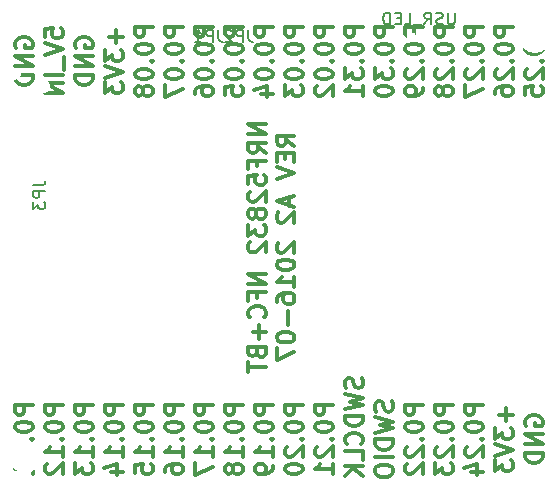
<source format=gbo>
G04 #@! TF.FileFunction,Legend,Bot*
%FSLAX46Y46*%
G04 Gerber Fmt 4.6, Leading zero omitted, Abs format (unit mm)*
G04 Created by KiCad (PCBNEW 4.0.2-stable) date Måndag 18 Juli 2016 14:34:59*
%MOMM*%
G01*
G04 APERTURE LIST*
%ADD10C,0.152400*%
%ADD11C,0.300000*%
%ADD12C,0.150000*%
%ADD13C,2.700000*%
%ADD14R,0.762000X0.762000*%
%ADD15R,0.152400X1.016000*%
%ADD16R,0.500000X0.500000*%
%ADD17O,0.950000X1.250000*%
%ADD18O,1.550000X1.000000*%
%ADD19R,1.727200X2.032000*%
%ADD20O,1.727200X2.032000*%
%ADD21R,1.016000X0.152400*%
G04 APERTURE END LIST*
D10*
D11*
X48373571Y-39137144D02*
X46873571Y-39137144D01*
X48373571Y-39994287D01*
X46873571Y-39994287D01*
X48373571Y-41565716D02*
X47659286Y-41065716D01*
X48373571Y-40708573D02*
X46873571Y-40708573D01*
X46873571Y-41280001D01*
X46945000Y-41422859D01*
X47016429Y-41494287D01*
X47159286Y-41565716D01*
X47373571Y-41565716D01*
X47516429Y-41494287D01*
X47587857Y-41422859D01*
X47659286Y-41280001D01*
X47659286Y-40708573D01*
X47587857Y-42708573D02*
X47587857Y-42208573D01*
X48373571Y-42208573D02*
X46873571Y-42208573D01*
X46873571Y-42922859D01*
X46873571Y-44208573D02*
X46873571Y-43494287D01*
X47587857Y-43422858D01*
X47516429Y-43494287D01*
X47445000Y-43637144D01*
X47445000Y-43994287D01*
X47516429Y-44137144D01*
X47587857Y-44208573D01*
X47730714Y-44280001D01*
X48087857Y-44280001D01*
X48230714Y-44208573D01*
X48302143Y-44137144D01*
X48373571Y-43994287D01*
X48373571Y-43637144D01*
X48302143Y-43494287D01*
X48230714Y-43422858D01*
X47016429Y-44851429D02*
X46945000Y-44922858D01*
X46873571Y-45065715D01*
X46873571Y-45422858D01*
X46945000Y-45565715D01*
X47016429Y-45637144D01*
X47159286Y-45708572D01*
X47302143Y-45708572D01*
X47516429Y-45637144D01*
X48373571Y-44780001D01*
X48373571Y-45708572D01*
X47516429Y-46565715D02*
X47445000Y-46422857D01*
X47373571Y-46351429D01*
X47230714Y-46280000D01*
X47159286Y-46280000D01*
X47016429Y-46351429D01*
X46945000Y-46422857D01*
X46873571Y-46565715D01*
X46873571Y-46851429D01*
X46945000Y-46994286D01*
X47016429Y-47065715D01*
X47159286Y-47137143D01*
X47230714Y-47137143D01*
X47373571Y-47065715D01*
X47445000Y-46994286D01*
X47516429Y-46851429D01*
X47516429Y-46565715D01*
X47587857Y-46422857D01*
X47659286Y-46351429D01*
X47802143Y-46280000D01*
X48087857Y-46280000D01*
X48230714Y-46351429D01*
X48302143Y-46422857D01*
X48373571Y-46565715D01*
X48373571Y-46851429D01*
X48302143Y-46994286D01*
X48230714Y-47065715D01*
X48087857Y-47137143D01*
X47802143Y-47137143D01*
X47659286Y-47065715D01*
X47587857Y-46994286D01*
X47516429Y-46851429D01*
X46873571Y-47637143D02*
X46873571Y-48565714D01*
X47445000Y-48065714D01*
X47445000Y-48280000D01*
X47516429Y-48422857D01*
X47587857Y-48494286D01*
X47730714Y-48565714D01*
X48087857Y-48565714D01*
X48230714Y-48494286D01*
X48302143Y-48422857D01*
X48373571Y-48280000D01*
X48373571Y-47851428D01*
X48302143Y-47708571D01*
X48230714Y-47637143D01*
X47016429Y-49137142D02*
X46945000Y-49208571D01*
X46873571Y-49351428D01*
X46873571Y-49708571D01*
X46945000Y-49851428D01*
X47016429Y-49922857D01*
X47159286Y-49994285D01*
X47302143Y-49994285D01*
X47516429Y-49922857D01*
X48373571Y-49065714D01*
X48373571Y-49994285D01*
X48373571Y-51779999D02*
X46873571Y-51779999D01*
X48373571Y-52637142D01*
X46873571Y-52637142D01*
X47587857Y-53851428D02*
X47587857Y-53351428D01*
X48373571Y-53351428D02*
X46873571Y-53351428D01*
X46873571Y-54065714D01*
X48230714Y-55494285D02*
X48302143Y-55422856D01*
X48373571Y-55208570D01*
X48373571Y-55065713D01*
X48302143Y-54851428D01*
X48159286Y-54708570D01*
X48016429Y-54637142D01*
X47730714Y-54565713D01*
X47516429Y-54565713D01*
X47230714Y-54637142D01*
X47087857Y-54708570D01*
X46945000Y-54851428D01*
X46873571Y-55065713D01*
X46873571Y-55208570D01*
X46945000Y-55422856D01*
X47016429Y-55494285D01*
X47802143Y-56137142D02*
X47802143Y-57279999D01*
X48373571Y-56708570D02*
X47230714Y-56708570D01*
X47587857Y-58494285D02*
X47659286Y-58708571D01*
X47730714Y-58779999D01*
X47873571Y-58851428D01*
X48087857Y-58851428D01*
X48230714Y-58779999D01*
X48302143Y-58708571D01*
X48373571Y-58565713D01*
X48373571Y-57994285D01*
X46873571Y-57994285D01*
X46873571Y-58494285D01*
X46945000Y-58637142D01*
X47016429Y-58708571D01*
X47159286Y-58779999D01*
X47302143Y-58779999D01*
X47445000Y-58708571D01*
X47516429Y-58637142D01*
X47587857Y-58494285D01*
X47587857Y-57994285D01*
X46873571Y-59279999D02*
X46873571Y-60137142D01*
X48373571Y-59708571D02*
X46873571Y-59708571D01*
X50773571Y-40958574D02*
X50059286Y-40458574D01*
X50773571Y-40101431D02*
X49273571Y-40101431D01*
X49273571Y-40672859D01*
X49345000Y-40815717D01*
X49416429Y-40887145D01*
X49559286Y-40958574D01*
X49773571Y-40958574D01*
X49916429Y-40887145D01*
X49987857Y-40815717D01*
X50059286Y-40672859D01*
X50059286Y-40101431D01*
X49987857Y-41601431D02*
X49987857Y-42101431D01*
X50773571Y-42315717D02*
X50773571Y-41601431D01*
X49273571Y-41601431D01*
X49273571Y-42315717D01*
X49273571Y-42744288D02*
X50773571Y-43244288D01*
X49273571Y-43744288D01*
X50345000Y-45315716D02*
X50345000Y-46030002D01*
X50773571Y-45172859D02*
X49273571Y-45672859D01*
X50773571Y-46172859D01*
X49416429Y-46601430D02*
X49345000Y-46672859D01*
X49273571Y-46815716D01*
X49273571Y-47172859D01*
X49345000Y-47315716D01*
X49416429Y-47387145D01*
X49559286Y-47458573D01*
X49702143Y-47458573D01*
X49916429Y-47387145D01*
X50773571Y-46530002D01*
X50773571Y-47458573D01*
X49416429Y-49172858D02*
X49345000Y-49244287D01*
X49273571Y-49387144D01*
X49273571Y-49744287D01*
X49345000Y-49887144D01*
X49416429Y-49958573D01*
X49559286Y-50030001D01*
X49702143Y-50030001D01*
X49916429Y-49958573D01*
X50773571Y-49101430D01*
X50773571Y-50030001D01*
X49273571Y-50958572D02*
X49273571Y-51101429D01*
X49345000Y-51244286D01*
X49416429Y-51315715D01*
X49559286Y-51387144D01*
X49845000Y-51458572D01*
X50202143Y-51458572D01*
X50487857Y-51387144D01*
X50630714Y-51315715D01*
X50702143Y-51244286D01*
X50773571Y-51101429D01*
X50773571Y-50958572D01*
X50702143Y-50815715D01*
X50630714Y-50744286D01*
X50487857Y-50672858D01*
X50202143Y-50601429D01*
X49845000Y-50601429D01*
X49559286Y-50672858D01*
X49416429Y-50744286D01*
X49345000Y-50815715D01*
X49273571Y-50958572D01*
X50773571Y-52887143D02*
X50773571Y-52030000D01*
X50773571Y-52458572D02*
X49273571Y-52458572D01*
X49487857Y-52315715D01*
X49630714Y-52172857D01*
X49702143Y-52030000D01*
X49273571Y-54172857D02*
X49273571Y-53887143D01*
X49345000Y-53744286D01*
X49416429Y-53672857D01*
X49630714Y-53530000D01*
X49916429Y-53458571D01*
X50487857Y-53458571D01*
X50630714Y-53530000D01*
X50702143Y-53601428D01*
X50773571Y-53744286D01*
X50773571Y-54030000D01*
X50702143Y-54172857D01*
X50630714Y-54244286D01*
X50487857Y-54315714D01*
X50130714Y-54315714D01*
X49987857Y-54244286D01*
X49916429Y-54172857D01*
X49845000Y-54030000D01*
X49845000Y-53744286D01*
X49916429Y-53601428D01*
X49987857Y-53530000D01*
X50130714Y-53458571D01*
X50202143Y-54958571D02*
X50202143Y-56101428D01*
X49273571Y-57101428D02*
X49273571Y-57244285D01*
X49345000Y-57387142D01*
X49416429Y-57458571D01*
X49559286Y-57530000D01*
X49845000Y-57601428D01*
X50202143Y-57601428D01*
X50487857Y-57530000D01*
X50630714Y-57458571D01*
X50702143Y-57387142D01*
X50773571Y-57244285D01*
X50773571Y-57101428D01*
X50702143Y-56958571D01*
X50630714Y-56887142D01*
X50487857Y-56815714D01*
X50202143Y-56744285D01*
X49845000Y-56744285D01*
X49559286Y-56815714D01*
X49416429Y-56887142D01*
X49345000Y-56958571D01*
X49273571Y-57101428D01*
X49273571Y-58101428D02*
X49273571Y-59101428D01*
X50773571Y-58458571D01*
X70370000Y-64643143D02*
X70298571Y-64500286D01*
X70298571Y-64286000D01*
X70370000Y-64071715D01*
X70512857Y-63928857D01*
X70655714Y-63857429D01*
X70941429Y-63786000D01*
X71155714Y-63786000D01*
X71441429Y-63857429D01*
X71584286Y-63928857D01*
X71727143Y-64071715D01*
X71798571Y-64286000D01*
X71798571Y-64428857D01*
X71727143Y-64643143D01*
X71655714Y-64714572D01*
X71155714Y-64714572D01*
X71155714Y-64428857D01*
X71798571Y-65357429D02*
X70298571Y-65357429D01*
X71798571Y-66214572D01*
X70298571Y-66214572D01*
X71798571Y-66928858D02*
X70298571Y-66928858D01*
X70298571Y-67286001D01*
X70370000Y-67500286D01*
X70512857Y-67643144D01*
X70655714Y-67714572D01*
X70941429Y-67786001D01*
X71155714Y-67786001D01*
X71441429Y-67714572D01*
X71584286Y-67643144D01*
X71727143Y-67500286D01*
X71798571Y-67286001D01*
X71798571Y-66928858D01*
X68687143Y-63143144D02*
X68687143Y-64286001D01*
X69258571Y-63714572D02*
X68115714Y-63714572D01*
X67758571Y-64857430D02*
X67758571Y-65786001D01*
X68330000Y-65286001D01*
X68330000Y-65500287D01*
X68401429Y-65643144D01*
X68472857Y-65714573D01*
X68615714Y-65786001D01*
X68972857Y-65786001D01*
X69115714Y-65714573D01*
X69187143Y-65643144D01*
X69258571Y-65500287D01*
X69258571Y-65071715D01*
X69187143Y-64928858D01*
X69115714Y-64857430D01*
X67758571Y-66214572D02*
X69258571Y-66714572D01*
X67758571Y-67214572D01*
X67758571Y-67571715D02*
X67758571Y-68500286D01*
X68330000Y-68000286D01*
X68330000Y-68214572D01*
X68401429Y-68357429D01*
X68472857Y-68428858D01*
X68615714Y-68500286D01*
X68972857Y-68500286D01*
X69115714Y-68428858D01*
X69187143Y-68357429D01*
X69258571Y-68214572D01*
X69258571Y-67786000D01*
X69187143Y-67643143D01*
X69115714Y-67571715D01*
X66718571Y-62893144D02*
X65218571Y-62893144D01*
X65218571Y-63464572D01*
X65290000Y-63607430D01*
X65361429Y-63678858D01*
X65504286Y-63750287D01*
X65718571Y-63750287D01*
X65861429Y-63678858D01*
X65932857Y-63607430D01*
X66004286Y-63464572D01*
X66004286Y-62893144D01*
X65218571Y-64678858D02*
X65218571Y-64821715D01*
X65290000Y-64964572D01*
X65361429Y-65036001D01*
X65504286Y-65107430D01*
X65790000Y-65178858D01*
X66147143Y-65178858D01*
X66432857Y-65107430D01*
X66575714Y-65036001D01*
X66647143Y-64964572D01*
X66718571Y-64821715D01*
X66718571Y-64678858D01*
X66647143Y-64536001D01*
X66575714Y-64464572D01*
X66432857Y-64393144D01*
X66147143Y-64321715D01*
X65790000Y-64321715D01*
X65504286Y-64393144D01*
X65361429Y-64464572D01*
X65290000Y-64536001D01*
X65218571Y-64678858D01*
X66575714Y-65821715D02*
X66647143Y-65893143D01*
X66718571Y-65821715D01*
X66647143Y-65750286D01*
X66575714Y-65821715D01*
X66718571Y-65821715D01*
X65361429Y-66464572D02*
X65290000Y-66536001D01*
X65218571Y-66678858D01*
X65218571Y-67036001D01*
X65290000Y-67178858D01*
X65361429Y-67250287D01*
X65504286Y-67321715D01*
X65647143Y-67321715D01*
X65861429Y-67250287D01*
X66718571Y-66393144D01*
X66718571Y-67321715D01*
X65718571Y-68607429D02*
X66718571Y-68607429D01*
X65147143Y-68250286D02*
X66218571Y-67893143D01*
X66218571Y-68821715D01*
X64178571Y-62893144D02*
X62678571Y-62893144D01*
X62678571Y-63464572D01*
X62750000Y-63607430D01*
X62821429Y-63678858D01*
X62964286Y-63750287D01*
X63178571Y-63750287D01*
X63321429Y-63678858D01*
X63392857Y-63607430D01*
X63464286Y-63464572D01*
X63464286Y-62893144D01*
X62678571Y-64678858D02*
X62678571Y-64821715D01*
X62750000Y-64964572D01*
X62821429Y-65036001D01*
X62964286Y-65107430D01*
X63250000Y-65178858D01*
X63607143Y-65178858D01*
X63892857Y-65107430D01*
X64035714Y-65036001D01*
X64107143Y-64964572D01*
X64178571Y-64821715D01*
X64178571Y-64678858D01*
X64107143Y-64536001D01*
X64035714Y-64464572D01*
X63892857Y-64393144D01*
X63607143Y-64321715D01*
X63250000Y-64321715D01*
X62964286Y-64393144D01*
X62821429Y-64464572D01*
X62750000Y-64536001D01*
X62678571Y-64678858D01*
X64035714Y-65821715D02*
X64107143Y-65893143D01*
X64178571Y-65821715D01*
X64107143Y-65750286D01*
X64035714Y-65821715D01*
X64178571Y-65821715D01*
X62821429Y-66464572D02*
X62750000Y-66536001D01*
X62678571Y-66678858D01*
X62678571Y-67036001D01*
X62750000Y-67178858D01*
X62821429Y-67250287D01*
X62964286Y-67321715D01*
X63107143Y-67321715D01*
X63321429Y-67250287D01*
X64178571Y-66393144D01*
X64178571Y-67321715D01*
X62678571Y-67821715D02*
X62678571Y-68750286D01*
X63250000Y-68250286D01*
X63250000Y-68464572D01*
X63321429Y-68607429D01*
X63392857Y-68678858D01*
X63535714Y-68750286D01*
X63892857Y-68750286D01*
X64035714Y-68678858D01*
X64107143Y-68607429D01*
X64178571Y-68464572D01*
X64178571Y-68036000D01*
X64107143Y-67893143D01*
X64035714Y-67821715D01*
X61638571Y-62893144D02*
X60138571Y-62893144D01*
X60138571Y-63464572D01*
X60210000Y-63607430D01*
X60281429Y-63678858D01*
X60424286Y-63750287D01*
X60638571Y-63750287D01*
X60781429Y-63678858D01*
X60852857Y-63607430D01*
X60924286Y-63464572D01*
X60924286Y-62893144D01*
X60138571Y-64678858D02*
X60138571Y-64821715D01*
X60210000Y-64964572D01*
X60281429Y-65036001D01*
X60424286Y-65107430D01*
X60710000Y-65178858D01*
X61067143Y-65178858D01*
X61352857Y-65107430D01*
X61495714Y-65036001D01*
X61567143Y-64964572D01*
X61638571Y-64821715D01*
X61638571Y-64678858D01*
X61567143Y-64536001D01*
X61495714Y-64464572D01*
X61352857Y-64393144D01*
X61067143Y-64321715D01*
X60710000Y-64321715D01*
X60424286Y-64393144D01*
X60281429Y-64464572D01*
X60210000Y-64536001D01*
X60138571Y-64678858D01*
X61495714Y-65821715D02*
X61567143Y-65893143D01*
X61638571Y-65821715D01*
X61567143Y-65750286D01*
X61495714Y-65821715D01*
X61638571Y-65821715D01*
X60281429Y-66464572D02*
X60210000Y-66536001D01*
X60138571Y-66678858D01*
X60138571Y-67036001D01*
X60210000Y-67178858D01*
X60281429Y-67250287D01*
X60424286Y-67321715D01*
X60567143Y-67321715D01*
X60781429Y-67250287D01*
X61638571Y-66393144D01*
X61638571Y-67321715D01*
X60281429Y-67893143D02*
X60210000Y-67964572D01*
X60138571Y-68107429D01*
X60138571Y-68464572D01*
X60210000Y-68607429D01*
X60281429Y-68678858D01*
X60424286Y-68750286D01*
X60567143Y-68750286D01*
X60781429Y-68678858D01*
X61638571Y-67821715D01*
X61638571Y-68750286D01*
X59027143Y-62607428D02*
X59098571Y-62821714D01*
X59098571Y-63178857D01*
X59027143Y-63321714D01*
X58955714Y-63393143D01*
X58812857Y-63464571D01*
X58670000Y-63464571D01*
X58527143Y-63393143D01*
X58455714Y-63321714D01*
X58384286Y-63178857D01*
X58312857Y-62893143D01*
X58241429Y-62750285D01*
X58170000Y-62678857D01*
X58027143Y-62607428D01*
X57884286Y-62607428D01*
X57741429Y-62678857D01*
X57670000Y-62750285D01*
X57598571Y-62893143D01*
X57598571Y-63250285D01*
X57670000Y-63464571D01*
X57598571Y-63964571D02*
X59098571Y-64321714D01*
X58027143Y-64607428D01*
X59098571Y-64893142D01*
X57598571Y-65250285D01*
X59098571Y-65821714D02*
X57598571Y-65821714D01*
X57598571Y-66178857D01*
X57670000Y-66393142D01*
X57812857Y-66536000D01*
X57955714Y-66607428D01*
X58241429Y-66678857D01*
X58455714Y-66678857D01*
X58741429Y-66607428D01*
X58884286Y-66536000D01*
X59027143Y-66393142D01*
X59098571Y-66178857D01*
X59098571Y-65821714D01*
X59098571Y-67321714D02*
X57598571Y-67321714D01*
X57598571Y-68321714D02*
X57598571Y-68607428D01*
X57670000Y-68750286D01*
X57812857Y-68893143D01*
X58098571Y-68964571D01*
X58598571Y-68964571D01*
X58884286Y-68893143D01*
X59027143Y-68750286D01*
X59098571Y-68607428D01*
X59098571Y-68321714D01*
X59027143Y-68178857D01*
X58884286Y-68036000D01*
X58598571Y-67964571D01*
X58098571Y-67964571D01*
X57812857Y-68036000D01*
X57670000Y-68178857D01*
X57598571Y-68321714D01*
X56487143Y-60627143D02*
X56558571Y-60841429D01*
X56558571Y-61198572D01*
X56487143Y-61341429D01*
X56415714Y-61412858D01*
X56272857Y-61484286D01*
X56130000Y-61484286D01*
X55987143Y-61412858D01*
X55915714Y-61341429D01*
X55844286Y-61198572D01*
X55772857Y-60912858D01*
X55701429Y-60770000D01*
X55630000Y-60698572D01*
X55487143Y-60627143D01*
X55344286Y-60627143D01*
X55201429Y-60698572D01*
X55130000Y-60770000D01*
X55058571Y-60912858D01*
X55058571Y-61270000D01*
X55130000Y-61484286D01*
X55058571Y-61984286D02*
X56558571Y-62341429D01*
X55487143Y-62627143D01*
X56558571Y-62912857D01*
X55058571Y-63270000D01*
X56558571Y-63841429D02*
X55058571Y-63841429D01*
X55058571Y-64198572D01*
X55130000Y-64412857D01*
X55272857Y-64555715D01*
X55415714Y-64627143D01*
X55701429Y-64698572D01*
X55915714Y-64698572D01*
X56201429Y-64627143D01*
X56344286Y-64555715D01*
X56487143Y-64412857D01*
X56558571Y-64198572D01*
X56558571Y-63841429D01*
X56415714Y-66198572D02*
X56487143Y-66127143D01*
X56558571Y-65912857D01*
X56558571Y-65770000D01*
X56487143Y-65555715D01*
X56344286Y-65412857D01*
X56201429Y-65341429D01*
X55915714Y-65270000D01*
X55701429Y-65270000D01*
X55415714Y-65341429D01*
X55272857Y-65412857D01*
X55130000Y-65555715D01*
X55058571Y-65770000D01*
X55058571Y-65912857D01*
X55130000Y-66127143D01*
X55201429Y-66198572D01*
X56558571Y-67555715D02*
X56558571Y-66841429D01*
X55058571Y-66841429D01*
X56558571Y-68055715D02*
X55058571Y-68055715D01*
X56558571Y-68912858D02*
X55701429Y-68270001D01*
X55058571Y-68912858D02*
X55915714Y-68055715D01*
X54018571Y-62893144D02*
X52518571Y-62893144D01*
X52518571Y-63464572D01*
X52590000Y-63607430D01*
X52661429Y-63678858D01*
X52804286Y-63750287D01*
X53018571Y-63750287D01*
X53161429Y-63678858D01*
X53232857Y-63607430D01*
X53304286Y-63464572D01*
X53304286Y-62893144D01*
X52518571Y-64678858D02*
X52518571Y-64821715D01*
X52590000Y-64964572D01*
X52661429Y-65036001D01*
X52804286Y-65107430D01*
X53090000Y-65178858D01*
X53447143Y-65178858D01*
X53732857Y-65107430D01*
X53875714Y-65036001D01*
X53947143Y-64964572D01*
X54018571Y-64821715D01*
X54018571Y-64678858D01*
X53947143Y-64536001D01*
X53875714Y-64464572D01*
X53732857Y-64393144D01*
X53447143Y-64321715D01*
X53090000Y-64321715D01*
X52804286Y-64393144D01*
X52661429Y-64464572D01*
X52590000Y-64536001D01*
X52518571Y-64678858D01*
X53875714Y-65821715D02*
X53947143Y-65893143D01*
X54018571Y-65821715D01*
X53947143Y-65750286D01*
X53875714Y-65821715D01*
X54018571Y-65821715D01*
X52661429Y-66464572D02*
X52590000Y-66536001D01*
X52518571Y-66678858D01*
X52518571Y-67036001D01*
X52590000Y-67178858D01*
X52661429Y-67250287D01*
X52804286Y-67321715D01*
X52947143Y-67321715D01*
X53161429Y-67250287D01*
X54018571Y-66393144D01*
X54018571Y-67321715D01*
X54018571Y-68750286D02*
X54018571Y-67893143D01*
X54018571Y-68321715D02*
X52518571Y-68321715D01*
X52732857Y-68178858D01*
X52875714Y-68036000D01*
X52947143Y-67893143D01*
X41318571Y-62893144D02*
X39818571Y-62893144D01*
X39818571Y-63464572D01*
X39890000Y-63607430D01*
X39961429Y-63678858D01*
X40104286Y-63750287D01*
X40318571Y-63750287D01*
X40461429Y-63678858D01*
X40532857Y-63607430D01*
X40604286Y-63464572D01*
X40604286Y-62893144D01*
X39818571Y-64678858D02*
X39818571Y-64821715D01*
X39890000Y-64964572D01*
X39961429Y-65036001D01*
X40104286Y-65107430D01*
X40390000Y-65178858D01*
X40747143Y-65178858D01*
X41032857Y-65107430D01*
X41175714Y-65036001D01*
X41247143Y-64964572D01*
X41318571Y-64821715D01*
X41318571Y-64678858D01*
X41247143Y-64536001D01*
X41175714Y-64464572D01*
X41032857Y-64393144D01*
X40747143Y-64321715D01*
X40390000Y-64321715D01*
X40104286Y-64393144D01*
X39961429Y-64464572D01*
X39890000Y-64536001D01*
X39818571Y-64678858D01*
X41175714Y-65821715D02*
X41247143Y-65893143D01*
X41318571Y-65821715D01*
X41247143Y-65750286D01*
X41175714Y-65821715D01*
X41318571Y-65821715D01*
X41318571Y-67321715D02*
X41318571Y-66464572D01*
X41318571Y-66893144D02*
X39818571Y-66893144D01*
X40032857Y-66750287D01*
X40175714Y-66607429D01*
X40247143Y-66464572D01*
X39818571Y-68607429D02*
X39818571Y-68321715D01*
X39890000Y-68178858D01*
X39961429Y-68107429D01*
X40175714Y-67964572D01*
X40461429Y-67893143D01*
X41032857Y-67893143D01*
X41175714Y-67964572D01*
X41247143Y-68036000D01*
X41318571Y-68178858D01*
X41318571Y-68464572D01*
X41247143Y-68607429D01*
X41175714Y-68678858D01*
X41032857Y-68750286D01*
X40675714Y-68750286D01*
X40532857Y-68678858D01*
X40461429Y-68607429D01*
X40390000Y-68464572D01*
X40390000Y-68178858D01*
X40461429Y-68036000D01*
X40532857Y-67964572D01*
X40675714Y-67893143D01*
X38778571Y-62893144D02*
X37278571Y-62893144D01*
X37278571Y-63464572D01*
X37350000Y-63607430D01*
X37421429Y-63678858D01*
X37564286Y-63750287D01*
X37778571Y-63750287D01*
X37921429Y-63678858D01*
X37992857Y-63607430D01*
X38064286Y-63464572D01*
X38064286Y-62893144D01*
X37278571Y-64678858D02*
X37278571Y-64821715D01*
X37350000Y-64964572D01*
X37421429Y-65036001D01*
X37564286Y-65107430D01*
X37850000Y-65178858D01*
X38207143Y-65178858D01*
X38492857Y-65107430D01*
X38635714Y-65036001D01*
X38707143Y-64964572D01*
X38778571Y-64821715D01*
X38778571Y-64678858D01*
X38707143Y-64536001D01*
X38635714Y-64464572D01*
X38492857Y-64393144D01*
X38207143Y-64321715D01*
X37850000Y-64321715D01*
X37564286Y-64393144D01*
X37421429Y-64464572D01*
X37350000Y-64536001D01*
X37278571Y-64678858D01*
X38635714Y-65821715D02*
X38707143Y-65893143D01*
X38778571Y-65821715D01*
X38707143Y-65750286D01*
X38635714Y-65821715D01*
X38778571Y-65821715D01*
X38778571Y-67321715D02*
X38778571Y-66464572D01*
X38778571Y-66893144D02*
X37278571Y-66893144D01*
X37492857Y-66750287D01*
X37635714Y-66607429D01*
X37707143Y-66464572D01*
X37278571Y-68678858D02*
X37278571Y-67964572D01*
X37992857Y-67893143D01*
X37921429Y-67964572D01*
X37850000Y-68107429D01*
X37850000Y-68464572D01*
X37921429Y-68607429D01*
X37992857Y-68678858D01*
X38135714Y-68750286D01*
X38492857Y-68750286D01*
X38635714Y-68678858D01*
X38707143Y-68607429D01*
X38778571Y-68464572D01*
X38778571Y-68107429D01*
X38707143Y-67964572D01*
X38635714Y-67893143D01*
X36238571Y-62893144D02*
X34738571Y-62893144D01*
X34738571Y-63464572D01*
X34810000Y-63607430D01*
X34881429Y-63678858D01*
X35024286Y-63750287D01*
X35238571Y-63750287D01*
X35381429Y-63678858D01*
X35452857Y-63607430D01*
X35524286Y-63464572D01*
X35524286Y-62893144D01*
X34738571Y-64678858D02*
X34738571Y-64821715D01*
X34810000Y-64964572D01*
X34881429Y-65036001D01*
X35024286Y-65107430D01*
X35310000Y-65178858D01*
X35667143Y-65178858D01*
X35952857Y-65107430D01*
X36095714Y-65036001D01*
X36167143Y-64964572D01*
X36238571Y-64821715D01*
X36238571Y-64678858D01*
X36167143Y-64536001D01*
X36095714Y-64464572D01*
X35952857Y-64393144D01*
X35667143Y-64321715D01*
X35310000Y-64321715D01*
X35024286Y-64393144D01*
X34881429Y-64464572D01*
X34810000Y-64536001D01*
X34738571Y-64678858D01*
X36095714Y-65821715D02*
X36167143Y-65893143D01*
X36238571Y-65821715D01*
X36167143Y-65750286D01*
X36095714Y-65821715D01*
X36238571Y-65821715D01*
X36238571Y-67321715D02*
X36238571Y-66464572D01*
X36238571Y-66893144D02*
X34738571Y-66893144D01*
X34952857Y-66750287D01*
X35095714Y-66607429D01*
X35167143Y-66464572D01*
X35238571Y-68607429D02*
X36238571Y-68607429D01*
X34667143Y-68250286D02*
X35738571Y-67893143D01*
X35738571Y-68821715D01*
X33698571Y-62893144D02*
X32198571Y-62893144D01*
X32198571Y-63464572D01*
X32270000Y-63607430D01*
X32341429Y-63678858D01*
X32484286Y-63750287D01*
X32698571Y-63750287D01*
X32841429Y-63678858D01*
X32912857Y-63607430D01*
X32984286Y-63464572D01*
X32984286Y-62893144D01*
X32198571Y-64678858D02*
X32198571Y-64821715D01*
X32270000Y-64964572D01*
X32341429Y-65036001D01*
X32484286Y-65107430D01*
X32770000Y-65178858D01*
X33127143Y-65178858D01*
X33412857Y-65107430D01*
X33555714Y-65036001D01*
X33627143Y-64964572D01*
X33698571Y-64821715D01*
X33698571Y-64678858D01*
X33627143Y-64536001D01*
X33555714Y-64464572D01*
X33412857Y-64393144D01*
X33127143Y-64321715D01*
X32770000Y-64321715D01*
X32484286Y-64393144D01*
X32341429Y-64464572D01*
X32270000Y-64536001D01*
X32198571Y-64678858D01*
X33555714Y-65821715D02*
X33627143Y-65893143D01*
X33698571Y-65821715D01*
X33627143Y-65750286D01*
X33555714Y-65821715D01*
X33698571Y-65821715D01*
X33698571Y-67321715D02*
X33698571Y-66464572D01*
X33698571Y-66893144D02*
X32198571Y-66893144D01*
X32412857Y-66750287D01*
X32555714Y-66607429D01*
X32627143Y-66464572D01*
X32198571Y-67821715D02*
X32198571Y-68750286D01*
X32770000Y-68250286D01*
X32770000Y-68464572D01*
X32841429Y-68607429D01*
X32912857Y-68678858D01*
X33055714Y-68750286D01*
X33412857Y-68750286D01*
X33555714Y-68678858D01*
X33627143Y-68607429D01*
X33698571Y-68464572D01*
X33698571Y-68036000D01*
X33627143Y-67893143D01*
X33555714Y-67821715D01*
X43858571Y-62893144D02*
X42358571Y-62893144D01*
X42358571Y-63464572D01*
X42430000Y-63607430D01*
X42501429Y-63678858D01*
X42644286Y-63750287D01*
X42858571Y-63750287D01*
X43001429Y-63678858D01*
X43072857Y-63607430D01*
X43144286Y-63464572D01*
X43144286Y-62893144D01*
X42358571Y-64678858D02*
X42358571Y-64821715D01*
X42430000Y-64964572D01*
X42501429Y-65036001D01*
X42644286Y-65107430D01*
X42930000Y-65178858D01*
X43287143Y-65178858D01*
X43572857Y-65107430D01*
X43715714Y-65036001D01*
X43787143Y-64964572D01*
X43858571Y-64821715D01*
X43858571Y-64678858D01*
X43787143Y-64536001D01*
X43715714Y-64464572D01*
X43572857Y-64393144D01*
X43287143Y-64321715D01*
X42930000Y-64321715D01*
X42644286Y-64393144D01*
X42501429Y-64464572D01*
X42430000Y-64536001D01*
X42358571Y-64678858D01*
X43715714Y-65821715D02*
X43787143Y-65893143D01*
X43858571Y-65821715D01*
X43787143Y-65750286D01*
X43715714Y-65821715D01*
X43858571Y-65821715D01*
X43858571Y-67321715D02*
X43858571Y-66464572D01*
X43858571Y-66893144D02*
X42358571Y-66893144D01*
X42572857Y-66750287D01*
X42715714Y-66607429D01*
X42787143Y-66464572D01*
X42358571Y-67821715D02*
X42358571Y-68821715D01*
X43858571Y-68178858D01*
X51478571Y-62893144D02*
X49978571Y-62893144D01*
X49978571Y-63464572D01*
X50050000Y-63607430D01*
X50121429Y-63678858D01*
X50264286Y-63750287D01*
X50478571Y-63750287D01*
X50621429Y-63678858D01*
X50692857Y-63607430D01*
X50764286Y-63464572D01*
X50764286Y-62893144D01*
X49978571Y-64678858D02*
X49978571Y-64821715D01*
X50050000Y-64964572D01*
X50121429Y-65036001D01*
X50264286Y-65107430D01*
X50550000Y-65178858D01*
X50907143Y-65178858D01*
X51192857Y-65107430D01*
X51335714Y-65036001D01*
X51407143Y-64964572D01*
X51478571Y-64821715D01*
X51478571Y-64678858D01*
X51407143Y-64536001D01*
X51335714Y-64464572D01*
X51192857Y-64393144D01*
X50907143Y-64321715D01*
X50550000Y-64321715D01*
X50264286Y-64393144D01*
X50121429Y-64464572D01*
X50050000Y-64536001D01*
X49978571Y-64678858D01*
X51335714Y-65821715D02*
X51407143Y-65893143D01*
X51478571Y-65821715D01*
X51407143Y-65750286D01*
X51335714Y-65821715D01*
X51478571Y-65821715D01*
X50121429Y-66464572D02*
X50050000Y-66536001D01*
X49978571Y-66678858D01*
X49978571Y-67036001D01*
X50050000Y-67178858D01*
X50121429Y-67250287D01*
X50264286Y-67321715D01*
X50407143Y-67321715D01*
X50621429Y-67250287D01*
X51478571Y-66393144D01*
X51478571Y-67321715D01*
X49978571Y-68250286D02*
X49978571Y-68393143D01*
X50050000Y-68536000D01*
X50121429Y-68607429D01*
X50264286Y-68678858D01*
X50550000Y-68750286D01*
X50907143Y-68750286D01*
X51192857Y-68678858D01*
X51335714Y-68607429D01*
X51407143Y-68536000D01*
X51478571Y-68393143D01*
X51478571Y-68250286D01*
X51407143Y-68107429D01*
X51335714Y-68036000D01*
X51192857Y-67964572D01*
X50907143Y-67893143D01*
X50550000Y-67893143D01*
X50264286Y-67964572D01*
X50121429Y-68036000D01*
X50050000Y-68107429D01*
X49978571Y-68250286D01*
X48938571Y-62893144D02*
X47438571Y-62893144D01*
X47438571Y-63464572D01*
X47510000Y-63607430D01*
X47581429Y-63678858D01*
X47724286Y-63750287D01*
X47938571Y-63750287D01*
X48081429Y-63678858D01*
X48152857Y-63607430D01*
X48224286Y-63464572D01*
X48224286Y-62893144D01*
X47438571Y-64678858D02*
X47438571Y-64821715D01*
X47510000Y-64964572D01*
X47581429Y-65036001D01*
X47724286Y-65107430D01*
X48010000Y-65178858D01*
X48367143Y-65178858D01*
X48652857Y-65107430D01*
X48795714Y-65036001D01*
X48867143Y-64964572D01*
X48938571Y-64821715D01*
X48938571Y-64678858D01*
X48867143Y-64536001D01*
X48795714Y-64464572D01*
X48652857Y-64393144D01*
X48367143Y-64321715D01*
X48010000Y-64321715D01*
X47724286Y-64393144D01*
X47581429Y-64464572D01*
X47510000Y-64536001D01*
X47438571Y-64678858D01*
X48795714Y-65821715D02*
X48867143Y-65893143D01*
X48938571Y-65821715D01*
X48867143Y-65750286D01*
X48795714Y-65821715D01*
X48938571Y-65821715D01*
X48938571Y-67321715D02*
X48938571Y-66464572D01*
X48938571Y-66893144D02*
X47438571Y-66893144D01*
X47652857Y-66750287D01*
X47795714Y-66607429D01*
X47867143Y-66464572D01*
X48938571Y-68036000D02*
X48938571Y-68321715D01*
X48867143Y-68464572D01*
X48795714Y-68536000D01*
X48581429Y-68678858D01*
X48295714Y-68750286D01*
X47724286Y-68750286D01*
X47581429Y-68678858D01*
X47510000Y-68607429D01*
X47438571Y-68464572D01*
X47438571Y-68178858D01*
X47510000Y-68036000D01*
X47581429Y-67964572D01*
X47724286Y-67893143D01*
X48081429Y-67893143D01*
X48224286Y-67964572D01*
X48295714Y-68036000D01*
X48367143Y-68178858D01*
X48367143Y-68464572D01*
X48295714Y-68607429D01*
X48224286Y-68678858D01*
X48081429Y-68750286D01*
X46398571Y-62893144D02*
X44898571Y-62893144D01*
X44898571Y-63464572D01*
X44970000Y-63607430D01*
X45041429Y-63678858D01*
X45184286Y-63750287D01*
X45398571Y-63750287D01*
X45541429Y-63678858D01*
X45612857Y-63607430D01*
X45684286Y-63464572D01*
X45684286Y-62893144D01*
X44898571Y-64678858D02*
X44898571Y-64821715D01*
X44970000Y-64964572D01*
X45041429Y-65036001D01*
X45184286Y-65107430D01*
X45470000Y-65178858D01*
X45827143Y-65178858D01*
X46112857Y-65107430D01*
X46255714Y-65036001D01*
X46327143Y-64964572D01*
X46398571Y-64821715D01*
X46398571Y-64678858D01*
X46327143Y-64536001D01*
X46255714Y-64464572D01*
X46112857Y-64393144D01*
X45827143Y-64321715D01*
X45470000Y-64321715D01*
X45184286Y-64393144D01*
X45041429Y-64464572D01*
X44970000Y-64536001D01*
X44898571Y-64678858D01*
X46255714Y-65821715D02*
X46327143Y-65893143D01*
X46398571Y-65821715D01*
X46327143Y-65750286D01*
X46255714Y-65821715D01*
X46398571Y-65821715D01*
X46398571Y-67321715D02*
X46398571Y-66464572D01*
X46398571Y-66893144D02*
X44898571Y-66893144D01*
X45112857Y-66750287D01*
X45255714Y-66607429D01*
X45327143Y-66464572D01*
X45541429Y-68178858D02*
X45470000Y-68036000D01*
X45398571Y-67964572D01*
X45255714Y-67893143D01*
X45184286Y-67893143D01*
X45041429Y-67964572D01*
X44970000Y-68036000D01*
X44898571Y-68178858D01*
X44898571Y-68464572D01*
X44970000Y-68607429D01*
X45041429Y-68678858D01*
X45184286Y-68750286D01*
X45255714Y-68750286D01*
X45398571Y-68678858D01*
X45470000Y-68607429D01*
X45541429Y-68464572D01*
X45541429Y-68178858D01*
X45612857Y-68036000D01*
X45684286Y-67964572D01*
X45827143Y-67893143D01*
X46112857Y-67893143D01*
X46255714Y-67964572D01*
X46327143Y-68036000D01*
X46398571Y-68178858D01*
X46398571Y-68464572D01*
X46327143Y-68607429D01*
X46255714Y-68678858D01*
X46112857Y-68750286D01*
X45827143Y-68750286D01*
X45684286Y-68678858D01*
X45612857Y-68607429D01*
X45541429Y-68464572D01*
X28618571Y-62893144D02*
X27118571Y-62893144D01*
X27118571Y-63464572D01*
X27190000Y-63607430D01*
X27261429Y-63678858D01*
X27404286Y-63750287D01*
X27618571Y-63750287D01*
X27761429Y-63678858D01*
X27832857Y-63607430D01*
X27904286Y-63464572D01*
X27904286Y-62893144D01*
X27118571Y-64678858D02*
X27118571Y-64821715D01*
X27190000Y-64964572D01*
X27261429Y-65036001D01*
X27404286Y-65107430D01*
X27690000Y-65178858D01*
X28047143Y-65178858D01*
X28332857Y-65107430D01*
X28475714Y-65036001D01*
X28547143Y-64964572D01*
X28618571Y-64821715D01*
X28618571Y-64678858D01*
X28547143Y-64536001D01*
X28475714Y-64464572D01*
X28332857Y-64393144D01*
X28047143Y-64321715D01*
X27690000Y-64321715D01*
X27404286Y-64393144D01*
X27261429Y-64464572D01*
X27190000Y-64536001D01*
X27118571Y-64678858D01*
X28475714Y-65821715D02*
X28547143Y-65893143D01*
X28618571Y-65821715D01*
X28547143Y-65750286D01*
X28475714Y-65821715D01*
X28618571Y-65821715D01*
X28618571Y-67321715D02*
X28618571Y-66464572D01*
X28618571Y-66893144D02*
X27118571Y-66893144D01*
X27332857Y-66750287D01*
X27475714Y-66607429D01*
X27547143Y-66464572D01*
X28618571Y-68750286D02*
X28618571Y-67893143D01*
X28618571Y-68321715D02*
X27118571Y-68321715D01*
X27332857Y-68178858D01*
X27475714Y-68036000D01*
X27547143Y-67893143D01*
X31158571Y-62893144D02*
X29658571Y-62893144D01*
X29658571Y-63464572D01*
X29730000Y-63607430D01*
X29801429Y-63678858D01*
X29944286Y-63750287D01*
X30158571Y-63750287D01*
X30301429Y-63678858D01*
X30372857Y-63607430D01*
X30444286Y-63464572D01*
X30444286Y-62893144D01*
X29658571Y-64678858D02*
X29658571Y-64821715D01*
X29730000Y-64964572D01*
X29801429Y-65036001D01*
X29944286Y-65107430D01*
X30230000Y-65178858D01*
X30587143Y-65178858D01*
X30872857Y-65107430D01*
X31015714Y-65036001D01*
X31087143Y-64964572D01*
X31158571Y-64821715D01*
X31158571Y-64678858D01*
X31087143Y-64536001D01*
X31015714Y-64464572D01*
X30872857Y-64393144D01*
X30587143Y-64321715D01*
X30230000Y-64321715D01*
X29944286Y-64393144D01*
X29801429Y-64464572D01*
X29730000Y-64536001D01*
X29658571Y-64678858D01*
X31015714Y-65821715D02*
X31087143Y-65893143D01*
X31158571Y-65821715D01*
X31087143Y-65750286D01*
X31015714Y-65821715D01*
X31158571Y-65821715D01*
X31158571Y-67321715D02*
X31158571Y-66464572D01*
X31158571Y-66893144D02*
X29658571Y-66893144D01*
X29872857Y-66750287D01*
X30015714Y-66607429D01*
X30087143Y-66464572D01*
X29801429Y-67893143D02*
X29730000Y-67964572D01*
X29658571Y-68107429D01*
X29658571Y-68464572D01*
X29730000Y-68607429D01*
X29801429Y-68678858D01*
X29944286Y-68750286D01*
X30087143Y-68750286D01*
X30301429Y-68678858D01*
X31158571Y-67821715D01*
X31158571Y-68750286D01*
X29658571Y-31782001D02*
X29658571Y-31067715D01*
X30372857Y-30996286D01*
X30301429Y-31067715D01*
X30230000Y-31210572D01*
X30230000Y-31567715D01*
X30301429Y-31710572D01*
X30372857Y-31782001D01*
X30515714Y-31853429D01*
X30872857Y-31853429D01*
X31015714Y-31782001D01*
X31087143Y-31710572D01*
X31158571Y-31567715D01*
X31158571Y-31210572D01*
X31087143Y-31067715D01*
X31015714Y-30996286D01*
X29658571Y-32282000D02*
X31158571Y-32782000D01*
X29658571Y-33282000D01*
X31301429Y-33424857D02*
X31301429Y-34567714D01*
X31158571Y-34924857D02*
X29658571Y-34924857D01*
X31158571Y-35639143D02*
X29658571Y-35639143D01*
X31158571Y-36496286D01*
X29658571Y-36496286D01*
X27190000Y-32639143D02*
X27118571Y-32496286D01*
X27118571Y-32282000D01*
X27190000Y-32067715D01*
X27332857Y-31924857D01*
X27475714Y-31853429D01*
X27761429Y-31782000D01*
X27975714Y-31782000D01*
X28261429Y-31853429D01*
X28404286Y-31924857D01*
X28547143Y-32067715D01*
X28618571Y-32282000D01*
X28618571Y-32424857D01*
X28547143Y-32639143D01*
X28475714Y-32710572D01*
X27975714Y-32710572D01*
X27975714Y-32424857D01*
X28618571Y-33353429D02*
X27118571Y-33353429D01*
X28618571Y-34210572D01*
X27118571Y-34210572D01*
X28618571Y-34924858D02*
X27118571Y-34924858D01*
X27118571Y-35282001D01*
X27190000Y-35496286D01*
X27332857Y-35639144D01*
X27475714Y-35710572D01*
X27761429Y-35782001D01*
X27975714Y-35782001D01*
X28261429Y-35710572D01*
X28404286Y-35639144D01*
X28547143Y-35496286D01*
X28618571Y-35282001D01*
X28618571Y-34924858D01*
X46398571Y-30889144D02*
X44898571Y-30889144D01*
X44898571Y-31460572D01*
X44970000Y-31603430D01*
X45041429Y-31674858D01*
X45184286Y-31746287D01*
X45398571Y-31746287D01*
X45541429Y-31674858D01*
X45612857Y-31603430D01*
X45684286Y-31460572D01*
X45684286Y-30889144D01*
X44898571Y-32674858D02*
X44898571Y-32817715D01*
X44970000Y-32960572D01*
X45041429Y-33032001D01*
X45184286Y-33103430D01*
X45470000Y-33174858D01*
X45827143Y-33174858D01*
X46112857Y-33103430D01*
X46255714Y-33032001D01*
X46327143Y-32960572D01*
X46398571Y-32817715D01*
X46398571Y-32674858D01*
X46327143Y-32532001D01*
X46255714Y-32460572D01*
X46112857Y-32389144D01*
X45827143Y-32317715D01*
X45470000Y-32317715D01*
X45184286Y-32389144D01*
X45041429Y-32460572D01*
X44970000Y-32532001D01*
X44898571Y-32674858D01*
X46255714Y-33817715D02*
X46327143Y-33889143D01*
X46398571Y-33817715D01*
X46327143Y-33746286D01*
X46255714Y-33817715D01*
X46398571Y-33817715D01*
X44898571Y-34817715D02*
X44898571Y-34960572D01*
X44970000Y-35103429D01*
X45041429Y-35174858D01*
X45184286Y-35246287D01*
X45470000Y-35317715D01*
X45827143Y-35317715D01*
X46112857Y-35246287D01*
X46255714Y-35174858D01*
X46327143Y-35103429D01*
X46398571Y-34960572D01*
X46398571Y-34817715D01*
X46327143Y-34674858D01*
X46255714Y-34603429D01*
X46112857Y-34532001D01*
X45827143Y-34460572D01*
X45470000Y-34460572D01*
X45184286Y-34532001D01*
X45041429Y-34603429D01*
X44970000Y-34674858D01*
X44898571Y-34817715D01*
X44898571Y-36674858D02*
X44898571Y-35960572D01*
X45612857Y-35889143D01*
X45541429Y-35960572D01*
X45470000Y-36103429D01*
X45470000Y-36460572D01*
X45541429Y-36603429D01*
X45612857Y-36674858D01*
X45755714Y-36746286D01*
X46112857Y-36746286D01*
X46255714Y-36674858D01*
X46327143Y-36603429D01*
X46398571Y-36460572D01*
X46398571Y-36103429D01*
X46327143Y-35960572D01*
X46255714Y-35889143D01*
X48938571Y-30889144D02*
X47438571Y-30889144D01*
X47438571Y-31460572D01*
X47510000Y-31603430D01*
X47581429Y-31674858D01*
X47724286Y-31746287D01*
X47938571Y-31746287D01*
X48081429Y-31674858D01*
X48152857Y-31603430D01*
X48224286Y-31460572D01*
X48224286Y-30889144D01*
X47438571Y-32674858D02*
X47438571Y-32817715D01*
X47510000Y-32960572D01*
X47581429Y-33032001D01*
X47724286Y-33103430D01*
X48010000Y-33174858D01*
X48367143Y-33174858D01*
X48652857Y-33103430D01*
X48795714Y-33032001D01*
X48867143Y-32960572D01*
X48938571Y-32817715D01*
X48938571Y-32674858D01*
X48867143Y-32532001D01*
X48795714Y-32460572D01*
X48652857Y-32389144D01*
X48367143Y-32317715D01*
X48010000Y-32317715D01*
X47724286Y-32389144D01*
X47581429Y-32460572D01*
X47510000Y-32532001D01*
X47438571Y-32674858D01*
X48795714Y-33817715D02*
X48867143Y-33889143D01*
X48938571Y-33817715D01*
X48867143Y-33746286D01*
X48795714Y-33817715D01*
X48938571Y-33817715D01*
X47438571Y-34817715D02*
X47438571Y-34960572D01*
X47510000Y-35103429D01*
X47581429Y-35174858D01*
X47724286Y-35246287D01*
X48010000Y-35317715D01*
X48367143Y-35317715D01*
X48652857Y-35246287D01*
X48795714Y-35174858D01*
X48867143Y-35103429D01*
X48938571Y-34960572D01*
X48938571Y-34817715D01*
X48867143Y-34674858D01*
X48795714Y-34603429D01*
X48652857Y-34532001D01*
X48367143Y-34460572D01*
X48010000Y-34460572D01*
X47724286Y-34532001D01*
X47581429Y-34603429D01*
X47510000Y-34674858D01*
X47438571Y-34817715D01*
X47938571Y-36603429D02*
X48938571Y-36603429D01*
X47367143Y-36246286D02*
X48438571Y-35889143D01*
X48438571Y-36817715D01*
X51478571Y-30889144D02*
X49978571Y-30889144D01*
X49978571Y-31460572D01*
X50050000Y-31603430D01*
X50121429Y-31674858D01*
X50264286Y-31746287D01*
X50478571Y-31746287D01*
X50621429Y-31674858D01*
X50692857Y-31603430D01*
X50764286Y-31460572D01*
X50764286Y-30889144D01*
X49978571Y-32674858D02*
X49978571Y-32817715D01*
X50050000Y-32960572D01*
X50121429Y-33032001D01*
X50264286Y-33103430D01*
X50550000Y-33174858D01*
X50907143Y-33174858D01*
X51192857Y-33103430D01*
X51335714Y-33032001D01*
X51407143Y-32960572D01*
X51478571Y-32817715D01*
X51478571Y-32674858D01*
X51407143Y-32532001D01*
X51335714Y-32460572D01*
X51192857Y-32389144D01*
X50907143Y-32317715D01*
X50550000Y-32317715D01*
X50264286Y-32389144D01*
X50121429Y-32460572D01*
X50050000Y-32532001D01*
X49978571Y-32674858D01*
X51335714Y-33817715D02*
X51407143Y-33889143D01*
X51478571Y-33817715D01*
X51407143Y-33746286D01*
X51335714Y-33817715D01*
X51478571Y-33817715D01*
X49978571Y-34817715D02*
X49978571Y-34960572D01*
X50050000Y-35103429D01*
X50121429Y-35174858D01*
X50264286Y-35246287D01*
X50550000Y-35317715D01*
X50907143Y-35317715D01*
X51192857Y-35246287D01*
X51335714Y-35174858D01*
X51407143Y-35103429D01*
X51478571Y-34960572D01*
X51478571Y-34817715D01*
X51407143Y-34674858D01*
X51335714Y-34603429D01*
X51192857Y-34532001D01*
X50907143Y-34460572D01*
X50550000Y-34460572D01*
X50264286Y-34532001D01*
X50121429Y-34603429D01*
X50050000Y-34674858D01*
X49978571Y-34817715D01*
X49978571Y-35817715D02*
X49978571Y-36746286D01*
X50550000Y-36246286D01*
X50550000Y-36460572D01*
X50621429Y-36603429D01*
X50692857Y-36674858D01*
X50835714Y-36746286D01*
X51192857Y-36746286D01*
X51335714Y-36674858D01*
X51407143Y-36603429D01*
X51478571Y-36460572D01*
X51478571Y-36032000D01*
X51407143Y-35889143D01*
X51335714Y-35817715D01*
X43858571Y-30889144D02*
X42358571Y-30889144D01*
X42358571Y-31460572D01*
X42430000Y-31603430D01*
X42501429Y-31674858D01*
X42644286Y-31746287D01*
X42858571Y-31746287D01*
X43001429Y-31674858D01*
X43072857Y-31603430D01*
X43144286Y-31460572D01*
X43144286Y-30889144D01*
X42358571Y-32674858D02*
X42358571Y-32817715D01*
X42430000Y-32960572D01*
X42501429Y-33032001D01*
X42644286Y-33103430D01*
X42930000Y-33174858D01*
X43287143Y-33174858D01*
X43572857Y-33103430D01*
X43715714Y-33032001D01*
X43787143Y-32960572D01*
X43858571Y-32817715D01*
X43858571Y-32674858D01*
X43787143Y-32532001D01*
X43715714Y-32460572D01*
X43572857Y-32389144D01*
X43287143Y-32317715D01*
X42930000Y-32317715D01*
X42644286Y-32389144D01*
X42501429Y-32460572D01*
X42430000Y-32532001D01*
X42358571Y-32674858D01*
X43715714Y-33817715D02*
X43787143Y-33889143D01*
X43858571Y-33817715D01*
X43787143Y-33746286D01*
X43715714Y-33817715D01*
X43858571Y-33817715D01*
X42358571Y-34817715D02*
X42358571Y-34960572D01*
X42430000Y-35103429D01*
X42501429Y-35174858D01*
X42644286Y-35246287D01*
X42930000Y-35317715D01*
X43287143Y-35317715D01*
X43572857Y-35246287D01*
X43715714Y-35174858D01*
X43787143Y-35103429D01*
X43858571Y-34960572D01*
X43858571Y-34817715D01*
X43787143Y-34674858D01*
X43715714Y-34603429D01*
X43572857Y-34532001D01*
X43287143Y-34460572D01*
X42930000Y-34460572D01*
X42644286Y-34532001D01*
X42501429Y-34603429D01*
X42430000Y-34674858D01*
X42358571Y-34817715D01*
X42358571Y-36603429D02*
X42358571Y-36317715D01*
X42430000Y-36174858D01*
X42501429Y-36103429D01*
X42715714Y-35960572D01*
X43001429Y-35889143D01*
X43572857Y-35889143D01*
X43715714Y-35960572D01*
X43787143Y-36032000D01*
X43858571Y-36174858D01*
X43858571Y-36460572D01*
X43787143Y-36603429D01*
X43715714Y-36674858D01*
X43572857Y-36746286D01*
X43215714Y-36746286D01*
X43072857Y-36674858D01*
X43001429Y-36603429D01*
X42930000Y-36460572D01*
X42930000Y-36174858D01*
X43001429Y-36032000D01*
X43072857Y-35960572D01*
X43215714Y-35889143D01*
X32270000Y-32639143D02*
X32198571Y-32496286D01*
X32198571Y-32282000D01*
X32270000Y-32067715D01*
X32412857Y-31924857D01*
X32555714Y-31853429D01*
X32841429Y-31782000D01*
X33055714Y-31782000D01*
X33341429Y-31853429D01*
X33484286Y-31924857D01*
X33627143Y-32067715D01*
X33698571Y-32282000D01*
X33698571Y-32424857D01*
X33627143Y-32639143D01*
X33555714Y-32710572D01*
X33055714Y-32710572D01*
X33055714Y-32424857D01*
X33698571Y-33353429D02*
X32198571Y-33353429D01*
X33698571Y-34210572D01*
X32198571Y-34210572D01*
X33698571Y-34924858D02*
X32198571Y-34924858D01*
X32198571Y-35282001D01*
X32270000Y-35496286D01*
X32412857Y-35639144D01*
X32555714Y-35710572D01*
X32841429Y-35782001D01*
X33055714Y-35782001D01*
X33341429Y-35710572D01*
X33484286Y-35639144D01*
X33627143Y-35496286D01*
X33698571Y-35282001D01*
X33698571Y-34924858D01*
X35667143Y-31139144D02*
X35667143Y-32282001D01*
X36238571Y-31710572D02*
X35095714Y-31710572D01*
X34738571Y-32853430D02*
X34738571Y-33782001D01*
X35310000Y-33282001D01*
X35310000Y-33496287D01*
X35381429Y-33639144D01*
X35452857Y-33710573D01*
X35595714Y-33782001D01*
X35952857Y-33782001D01*
X36095714Y-33710573D01*
X36167143Y-33639144D01*
X36238571Y-33496287D01*
X36238571Y-33067715D01*
X36167143Y-32924858D01*
X36095714Y-32853430D01*
X34738571Y-34210572D02*
X36238571Y-34710572D01*
X34738571Y-35210572D01*
X34738571Y-35567715D02*
X34738571Y-36496286D01*
X35310000Y-35996286D01*
X35310000Y-36210572D01*
X35381429Y-36353429D01*
X35452857Y-36424858D01*
X35595714Y-36496286D01*
X35952857Y-36496286D01*
X36095714Y-36424858D01*
X36167143Y-36353429D01*
X36238571Y-36210572D01*
X36238571Y-35782000D01*
X36167143Y-35639143D01*
X36095714Y-35567715D01*
X38778571Y-30889144D02*
X37278571Y-30889144D01*
X37278571Y-31460572D01*
X37350000Y-31603430D01*
X37421429Y-31674858D01*
X37564286Y-31746287D01*
X37778571Y-31746287D01*
X37921429Y-31674858D01*
X37992857Y-31603430D01*
X38064286Y-31460572D01*
X38064286Y-30889144D01*
X37278571Y-32674858D02*
X37278571Y-32817715D01*
X37350000Y-32960572D01*
X37421429Y-33032001D01*
X37564286Y-33103430D01*
X37850000Y-33174858D01*
X38207143Y-33174858D01*
X38492857Y-33103430D01*
X38635714Y-33032001D01*
X38707143Y-32960572D01*
X38778571Y-32817715D01*
X38778571Y-32674858D01*
X38707143Y-32532001D01*
X38635714Y-32460572D01*
X38492857Y-32389144D01*
X38207143Y-32317715D01*
X37850000Y-32317715D01*
X37564286Y-32389144D01*
X37421429Y-32460572D01*
X37350000Y-32532001D01*
X37278571Y-32674858D01*
X38635714Y-33817715D02*
X38707143Y-33889143D01*
X38778571Y-33817715D01*
X38707143Y-33746286D01*
X38635714Y-33817715D01*
X38778571Y-33817715D01*
X37278571Y-34817715D02*
X37278571Y-34960572D01*
X37350000Y-35103429D01*
X37421429Y-35174858D01*
X37564286Y-35246287D01*
X37850000Y-35317715D01*
X38207143Y-35317715D01*
X38492857Y-35246287D01*
X38635714Y-35174858D01*
X38707143Y-35103429D01*
X38778571Y-34960572D01*
X38778571Y-34817715D01*
X38707143Y-34674858D01*
X38635714Y-34603429D01*
X38492857Y-34532001D01*
X38207143Y-34460572D01*
X37850000Y-34460572D01*
X37564286Y-34532001D01*
X37421429Y-34603429D01*
X37350000Y-34674858D01*
X37278571Y-34817715D01*
X37921429Y-36174858D02*
X37850000Y-36032000D01*
X37778571Y-35960572D01*
X37635714Y-35889143D01*
X37564286Y-35889143D01*
X37421429Y-35960572D01*
X37350000Y-36032000D01*
X37278571Y-36174858D01*
X37278571Y-36460572D01*
X37350000Y-36603429D01*
X37421429Y-36674858D01*
X37564286Y-36746286D01*
X37635714Y-36746286D01*
X37778571Y-36674858D01*
X37850000Y-36603429D01*
X37921429Y-36460572D01*
X37921429Y-36174858D01*
X37992857Y-36032000D01*
X38064286Y-35960572D01*
X38207143Y-35889143D01*
X38492857Y-35889143D01*
X38635714Y-35960572D01*
X38707143Y-36032000D01*
X38778571Y-36174858D01*
X38778571Y-36460572D01*
X38707143Y-36603429D01*
X38635714Y-36674858D01*
X38492857Y-36746286D01*
X38207143Y-36746286D01*
X38064286Y-36674858D01*
X37992857Y-36603429D01*
X37921429Y-36460572D01*
X41318571Y-30889144D02*
X39818571Y-30889144D01*
X39818571Y-31460572D01*
X39890000Y-31603430D01*
X39961429Y-31674858D01*
X40104286Y-31746287D01*
X40318571Y-31746287D01*
X40461429Y-31674858D01*
X40532857Y-31603430D01*
X40604286Y-31460572D01*
X40604286Y-30889144D01*
X39818571Y-32674858D02*
X39818571Y-32817715D01*
X39890000Y-32960572D01*
X39961429Y-33032001D01*
X40104286Y-33103430D01*
X40390000Y-33174858D01*
X40747143Y-33174858D01*
X41032857Y-33103430D01*
X41175714Y-33032001D01*
X41247143Y-32960572D01*
X41318571Y-32817715D01*
X41318571Y-32674858D01*
X41247143Y-32532001D01*
X41175714Y-32460572D01*
X41032857Y-32389144D01*
X40747143Y-32317715D01*
X40390000Y-32317715D01*
X40104286Y-32389144D01*
X39961429Y-32460572D01*
X39890000Y-32532001D01*
X39818571Y-32674858D01*
X41175714Y-33817715D02*
X41247143Y-33889143D01*
X41318571Y-33817715D01*
X41247143Y-33746286D01*
X41175714Y-33817715D01*
X41318571Y-33817715D01*
X39818571Y-34817715D02*
X39818571Y-34960572D01*
X39890000Y-35103429D01*
X39961429Y-35174858D01*
X40104286Y-35246287D01*
X40390000Y-35317715D01*
X40747143Y-35317715D01*
X41032857Y-35246287D01*
X41175714Y-35174858D01*
X41247143Y-35103429D01*
X41318571Y-34960572D01*
X41318571Y-34817715D01*
X41247143Y-34674858D01*
X41175714Y-34603429D01*
X41032857Y-34532001D01*
X40747143Y-34460572D01*
X40390000Y-34460572D01*
X40104286Y-34532001D01*
X39961429Y-34603429D01*
X39890000Y-34674858D01*
X39818571Y-34817715D01*
X39818571Y-35817715D02*
X39818571Y-36817715D01*
X41318571Y-36174858D01*
X54018571Y-30889144D02*
X52518571Y-30889144D01*
X52518571Y-31460572D01*
X52590000Y-31603430D01*
X52661429Y-31674858D01*
X52804286Y-31746287D01*
X53018571Y-31746287D01*
X53161429Y-31674858D01*
X53232857Y-31603430D01*
X53304286Y-31460572D01*
X53304286Y-30889144D01*
X52518571Y-32674858D02*
X52518571Y-32817715D01*
X52590000Y-32960572D01*
X52661429Y-33032001D01*
X52804286Y-33103430D01*
X53090000Y-33174858D01*
X53447143Y-33174858D01*
X53732857Y-33103430D01*
X53875714Y-33032001D01*
X53947143Y-32960572D01*
X54018571Y-32817715D01*
X54018571Y-32674858D01*
X53947143Y-32532001D01*
X53875714Y-32460572D01*
X53732857Y-32389144D01*
X53447143Y-32317715D01*
X53090000Y-32317715D01*
X52804286Y-32389144D01*
X52661429Y-32460572D01*
X52590000Y-32532001D01*
X52518571Y-32674858D01*
X53875714Y-33817715D02*
X53947143Y-33889143D01*
X54018571Y-33817715D01*
X53947143Y-33746286D01*
X53875714Y-33817715D01*
X54018571Y-33817715D01*
X52518571Y-34817715D02*
X52518571Y-34960572D01*
X52590000Y-35103429D01*
X52661429Y-35174858D01*
X52804286Y-35246287D01*
X53090000Y-35317715D01*
X53447143Y-35317715D01*
X53732857Y-35246287D01*
X53875714Y-35174858D01*
X53947143Y-35103429D01*
X54018571Y-34960572D01*
X54018571Y-34817715D01*
X53947143Y-34674858D01*
X53875714Y-34603429D01*
X53732857Y-34532001D01*
X53447143Y-34460572D01*
X53090000Y-34460572D01*
X52804286Y-34532001D01*
X52661429Y-34603429D01*
X52590000Y-34674858D01*
X52518571Y-34817715D01*
X52661429Y-35889143D02*
X52590000Y-35960572D01*
X52518571Y-36103429D01*
X52518571Y-36460572D01*
X52590000Y-36603429D01*
X52661429Y-36674858D01*
X52804286Y-36746286D01*
X52947143Y-36746286D01*
X53161429Y-36674858D01*
X54018571Y-35817715D01*
X54018571Y-36746286D01*
X56558571Y-30889144D02*
X55058571Y-30889144D01*
X55058571Y-31460572D01*
X55130000Y-31603430D01*
X55201429Y-31674858D01*
X55344286Y-31746287D01*
X55558571Y-31746287D01*
X55701429Y-31674858D01*
X55772857Y-31603430D01*
X55844286Y-31460572D01*
X55844286Y-30889144D01*
X55058571Y-32674858D02*
X55058571Y-32817715D01*
X55130000Y-32960572D01*
X55201429Y-33032001D01*
X55344286Y-33103430D01*
X55630000Y-33174858D01*
X55987143Y-33174858D01*
X56272857Y-33103430D01*
X56415714Y-33032001D01*
X56487143Y-32960572D01*
X56558571Y-32817715D01*
X56558571Y-32674858D01*
X56487143Y-32532001D01*
X56415714Y-32460572D01*
X56272857Y-32389144D01*
X55987143Y-32317715D01*
X55630000Y-32317715D01*
X55344286Y-32389144D01*
X55201429Y-32460572D01*
X55130000Y-32532001D01*
X55058571Y-32674858D01*
X56415714Y-33817715D02*
X56487143Y-33889143D01*
X56558571Y-33817715D01*
X56487143Y-33746286D01*
X56415714Y-33817715D01*
X56558571Y-33817715D01*
X55058571Y-34389144D02*
X55058571Y-35317715D01*
X55630000Y-34817715D01*
X55630000Y-35032001D01*
X55701429Y-35174858D01*
X55772857Y-35246287D01*
X55915714Y-35317715D01*
X56272857Y-35317715D01*
X56415714Y-35246287D01*
X56487143Y-35174858D01*
X56558571Y-35032001D01*
X56558571Y-34603429D01*
X56487143Y-34460572D01*
X56415714Y-34389144D01*
X56558571Y-36746286D02*
X56558571Y-35889143D01*
X56558571Y-36317715D02*
X55058571Y-36317715D01*
X55272857Y-36174858D01*
X55415714Y-36032000D01*
X55487143Y-35889143D01*
X59098571Y-30889144D02*
X57598571Y-30889144D01*
X57598571Y-31460572D01*
X57670000Y-31603430D01*
X57741429Y-31674858D01*
X57884286Y-31746287D01*
X58098571Y-31746287D01*
X58241429Y-31674858D01*
X58312857Y-31603430D01*
X58384286Y-31460572D01*
X58384286Y-30889144D01*
X57598571Y-32674858D02*
X57598571Y-32817715D01*
X57670000Y-32960572D01*
X57741429Y-33032001D01*
X57884286Y-33103430D01*
X58170000Y-33174858D01*
X58527143Y-33174858D01*
X58812857Y-33103430D01*
X58955714Y-33032001D01*
X59027143Y-32960572D01*
X59098571Y-32817715D01*
X59098571Y-32674858D01*
X59027143Y-32532001D01*
X58955714Y-32460572D01*
X58812857Y-32389144D01*
X58527143Y-32317715D01*
X58170000Y-32317715D01*
X57884286Y-32389144D01*
X57741429Y-32460572D01*
X57670000Y-32532001D01*
X57598571Y-32674858D01*
X58955714Y-33817715D02*
X59027143Y-33889143D01*
X59098571Y-33817715D01*
X59027143Y-33746286D01*
X58955714Y-33817715D01*
X59098571Y-33817715D01*
X57598571Y-34389144D02*
X57598571Y-35317715D01*
X58170000Y-34817715D01*
X58170000Y-35032001D01*
X58241429Y-35174858D01*
X58312857Y-35246287D01*
X58455714Y-35317715D01*
X58812857Y-35317715D01*
X58955714Y-35246287D01*
X59027143Y-35174858D01*
X59098571Y-35032001D01*
X59098571Y-34603429D01*
X59027143Y-34460572D01*
X58955714Y-34389144D01*
X57598571Y-36246286D02*
X57598571Y-36389143D01*
X57670000Y-36532000D01*
X57741429Y-36603429D01*
X57884286Y-36674858D01*
X58170000Y-36746286D01*
X58527143Y-36746286D01*
X58812857Y-36674858D01*
X58955714Y-36603429D01*
X59027143Y-36532000D01*
X59098571Y-36389143D01*
X59098571Y-36246286D01*
X59027143Y-36103429D01*
X58955714Y-36032000D01*
X58812857Y-35960572D01*
X58527143Y-35889143D01*
X58170000Y-35889143D01*
X57884286Y-35960572D01*
X57741429Y-36032000D01*
X57670000Y-36103429D01*
X57598571Y-36246286D01*
X61638571Y-30889144D02*
X60138571Y-30889144D01*
X60138571Y-31460572D01*
X60210000Y-31603430D01*
X60281429Y-31674858D01*
X60424286Y-31746287D01*
X60638571Y-31746287D01*
X60781429Y-31674858D01*
X60852857Y-31603430D01*
X60924286Y-31460572D01*
X60924286Y-30889144D01*
X60138571Y-32674858D02*
X60138571Y-32817715D01*
X60210000Y-32960572D01*
X60281429Y-33032001D01*
X60424286Y-33103430D01*
X60710000Y-33174858D01*
X61067143Y-33174858D01*
X61352857Y-33103430D01*
X61495714Y-33032001D01*
X61567143Y-32960572D01*
X61638571Y-32817715D01*
X61638571Y-32674858D01*
X61567143Y-32532001D01*
X61495714Y-32460572D01*
X61352857Y-32389144D01*
X61067143Y-32317715D01*
X60710000Y-32317715D01*
X60424286Y-32389144D01*
X60281429Y-32460572D01*
X60210000Y-32532001D01*
X60138571Y-32674858D01*
X61495714Y-33817715D02*
X61567143Y-33889143D01*
X61638571Y-33817715D01*
X61567143Y-33746286D01*
X61495714Y-33817715D01*
X61638571Y-33817715D01*
X60281429Y-34460572D02*
X60210000Y-34532001D01*
X60138571Y-34674858D01*
X60138571Y-35032001D01*
X60210000Y-35174858D01*
X60281429Y-35246287D01*
X60424286Y-35317715D01*
X60567143Y-35317715D01*
X60781429Y-35246287D01*
X61638571Y-34389144D01*
X61638571Y-35317715D01*
X61638571Y-36032000D02*
X61638571Y-36317715D01*
X61567143Y-36460572D01*
X61495714Y-36532000D01*
X61281429Y-36674858D01*
X60995714Y-36746286D01*
X60424286Y-36746286D01*
X60281429Y-36674858D01*
X60210000Y-36603429D01*
X60138571Y-36460572D01*
X60138571Y-36174858D01*
X60210000Y-36032000D01*
X60281429Y-35960572D01*
X60424286Y-35889143D01*
X60781429Y-35889143D01*
X60924286Y-35960572D01*
X60995714Y-36032000D01*
X61067143Y-36174858D01*
X61067143Y-36460572D01*
X60995714Y-36603429D01*
X60924286Y-36674858D01*
X60781429Y-36746286D01*
X64178571Y-30889144D02*
X62678571Y-30889144D01*
X62678571Y-31460572D01*
X62750000Y-31603430D01*
X62821429Y-31674858D01*
X62964286Y-31746287D01*
X63178571Y-31746287D01*
X63321429Y-31674858D01*
X63392857Y-31603430D01*
X63464286Y-31460572D01*
X63464286Y-30889144D01*
X62678571Y-32674858D02*
X62678571Y-32817715D01*
X62750000Y-32960572D01*
X62821429Y-33032001D01*
X62964286Y-33103430D01*
X63250000Y-33174858D01*
X63607143Y-33174858D01*
X63892857Y-33103430D01*
X64035714Y-33032001D01*
X64107143Y-32960572D01*
X64178571Y-32817715D01*
X64178571Y-32674858D01*
X64107143Y-32532001D01*
X64035714Y-32460572D01*
X63892857Y-32389144D01*
X63607143Y-32317715D01*
X63250000Y-32317715D01*
X62964286Y-32389144D01*
X62821429Y-32460572D01*
X62750000Y-32532001D01*
X62678571Y-32674858D01*
X64035714Y-33817715D02*
X64107143Y-33889143D01*
X64178571Y-33817715D01*
X64107143Y-33746286D01*
X64035714Y-33817715D01*
X64178571Y-33817715D01*
X62821429Y-34460572D02*
X62750000Y-34532001D01*
X62678571Y-34674858D01*
X62678571Y-35032001D01*
X62750000Y-35174858D01*
X62821429Y-35246287D01*
X62964286Y-35317715D01*
X63107143Y-35317715D01*
X63321429Y-35246287D01*
X64178571Y-34389144D01*
X64178571Y-35317715D01*
X63321429Y-36174858D02*
X63250000Y-36032000D01*
X63178571Y-35960572D01*
X63035714Y-35889143D01*
X62964286Y-35889143D01*
X62821429Y-35960572D01*
X62750000Y-36032000D01*
X62678571Y-36174858D01*
X62678571Y-36460572D01*
X62750000Y-36603429D01*
X62821429Y-36674858D01*
X62964286Y-36746286D01*
X63035714Y-36746286D01*
X63178571Y-36674858D01*
X63250000Y-36603429D01*
X63321429Y-36460572D01*
X63321429Y-36174858D01*
X63392857Y-36032000D01*
X63464286Y-35960572D01*
X63607143Y-35889143D01*
X63892857Y-35889143D01*
X64035714Y-35960572D01*
X64107143Y-36032000D01*
X64178571Y-36174858D01*
X64178571Y-36460572D01*
X64107143Y-36603429D01*
X64035714Y-36674858D01*
X63892857Y-36746286D01*
X63607143Y-36746286D01*
X63464286Y-36674858D01*
X63392857Y-36603429D01*
X63321429Y-36460572D01*
X66718571Y-30889144D02*
X65218571Y-30889144D01*
X65218571Y-31460572D01*
X65290000Y-31603430D01*
X65361429Y-31674858D01*
X65504286Y-31746287D01*
X65718571Y-31746287D01*
X65861429Y-31674858D01*
X65932857Y-31603430D01*
X66004286Y-31460572D01*
X66004286Y-30889144D01*
X65218571Y-32674858D02*
X65218571Y-32817715D01*
X65290000Y-32960572D01*
X65361429Y-33032001D01*
X65504286Y-33103430D01*
X65790000Y-33174858D01*
X66147143Y-33174858D01*
X66432857Y-33103430D01*
X66575714Y-33032001D01*
X66647143Y-32960572D01*
X66718571Y-32817715D01*
X66718571Y-32674858D01*
X66647143Y-32532001D01*
X66575714Y-32460572D01*
X66432857Y-32389144D01*
X66147143Y-32317715D01*
X65790000Y-32317715D01*
X65504286Y-32389144D01*
X65361429Y-32460572D01*
X65290000Y-32532001D01*
X65218571Y-32674858D01*
X66575714Y-33817715D02*
X66647143Y-33889143D01*
X66718571Y-33817715D01*
X66647143Y-33746286D01*
X66575714Y-33817715D01*
X66718571Y-33817715D01*
X65361429Y-34460572D02*
X65290000Y-34532001D01*
X65218571Y-34674858D01*
X65218571Y-35032001D01*
X65290000Y-35174858D01*
X65361429Y-35246287D01*
X65504286Y-35317715D01*
X65647143Y-35317715D01*
X65861429Y-35246287D01*
X66718571Y-34389144D01*
X66718571Y-35317715D01*
X65218571Y-35817715D02*
X65218571Y-36817715D01*
X66718571Y-36174858D01*
X69258571Y-30889144D02*
X67758571Y-30889144D01*
X67758571Y-31460572D01*
X67830000Y-31603430D01*
X67901429Y-31674858D01*
X68044286Y-31746287D01*
X68258571Y-31746287D01*
X68401429Y-31674858D01*
X68472857Y-31603430D01*
X68544286Y-31460572D01*
X68544286Y-30889144D01*
X67758571Y-32674858D02*
X67758571Y-32817715D01*
X67830000Y-32960572D01*
X67901429Y-33032001D01*
X68044286Y-33103430D01*
X68330000Y-33174858D01*
X68687143Y-33174858D01*
X68972857Y-33103430D01*
X69115714Y-33032001D01*
X69187143Y-32960572D01*
X69258571Y-32817715D01*
X69258571Y-32674858D01*
X69187143Y-32532001D01*
X69115714Y-32460572D01*
X68972857Y-32389144D01*
X68687143Y-32317715D01*
X68330000Y-32317715D01*
X68044286Y-32389144D01*
X67901429Y-32460572D01*
X67830000Y-32532001D01*
X67758571Y-32674858D01*
X69115714Y-33817715D02*
X69187143Y-33889143D01*
X69258571Y-33817715D01*
X69187143Y-33746286D01*
X69115714Y-33817715D01*
X69258571Y-33817715D01*
X67901429Y-34460572D02*
X67830000Y-34532001D01*
X67758571Y-34674858D01*
X67758571Y-35032001D01*
X67830000Y-35174858D01*
X67901429Y-35246287D01*
X68044286Y-35317715D01*
X68187143Y-35317715D01*
X68401429Y-35246287D01*
X69258571Y-34389144D01*
X69258571Y-35317715D01*
X67758571Y-36603429D02*
X67758571Y-36317715D01*
X67830000Y-36174858D01*
X67901429Y-36103429D01*
X68115714Y-35960572D01*
X68401429Y-35889143D01*
X68972857Y-35889143D01*
X69115714Y-35960572D01*
X69187143Y-36032000D01*
X69258571Y-36174858D01*
X69258571Y-36460572D01*
X69187143Y-36603429D01*
X69115714Y-36674858D01*
X68972857Y-36746286D01*
X68615714Y-36746286D01*
X68472857Y-36674858D01*
X68401429Y-36603429D01*
X68330000Y-36460572D01*
X68330000Y-36174858D01*
X68401429Y-36032000D01*
X68472857Y-35960572D01*
X68615714Y-35889143D01*
X71798571Y-30889144D02*
X70298571Y-30889144D01*
X70298571Y-31460572D01*
X70370000Y-31603430D01*
X70441429Y-31674858D01*
X70584286Y-31746287D01*
X70798571Y-31746287D01*
X70941429Y-31674858D01*
X71012857Y-31603430D01*
X71084286Y-31460572D01*
X71084286Y-30889144D01*
X70298571Y-32674858D02*
X70298571Y-32817715D01*
X70370000Y-32960572D01*
X70441429Y-33032001D01*
X70584286Y-33103430D01*
X70870000Y-33174858D01*
X71227143Y-33174858D01*
X71512857Y-33103430D01*
X71655714Y-33032001D01*
X71727143Y-32960572D01*
X71798571Y-32817715D01*
X71798571Y-32674858D01*
X71727143Y-32532001D01*
X71655714Y-32460572D01*
X71512857Y-32389144D01*
X71227143Y-32317715D01*
X70870000Y-32317715D01*
X70584286Y-32389144D01*
X70441429Y-32460572D01*
X70370000Y-32532001D01*
X70298571Y-32674858D01*
X71655714Y-33817715D02*
X71727143Y-33889143D01*
X71798571Y-33817715D01*
X71727143Y-33746286D01*
X71655714Y-33817715D01*
X71798571Y-33817715D01*
X70441429Y-34460572D02*
X70370000Y-34532001D01*
X70298571Y-34674858D01*
X70298571Y-35032001D01*
X70370000Y-35174858D01*
X70441429Y-35246287D01*
X70584286Y-35317715D01*
X70727143Y-35317715D01*
X70941429Y-35246287D01*
X71798571Y-34389144D01*
X71798571Y-35317715D01*
X70298571Y-36674858D02*
X70298571Y-35960572D01*
X71012857Y-35889143D01*
X70941429Y-35960572D01*
X70870000Y-36103429D01*
X70870000Y-36460572D01*
X70941429Y-36603429D01*
X71012857Y-36674858D01*
X71155714Y-36746286D01*
X71512857Y-36746286D01*
X71655714Y-36674858D01*
X71727143Y-36603429D01*
X71798571Y-36460572D01*
X71798571Y-36103429D01*
X71727143Y-35960572D01*
X71655714Y-35889143D01*
D12*
X28662381Y-44315167D02*
X29376667Y-44315167D01*
X29519524Y-44267547D01*
X29614762Y-44172309D01*
X29662381Y-44029452D01*
X29662381Y-43934214D01*
X29662381Y-44791357D02*
X28662381Y-44791357D01*
X28662381Y-45172310D01*
X28710000Y-45267548D01*
X28757619Y-45315167D01*
X28852857Y-45362786D01*
X28995714Y-45362786D01*
X29090952Y-45315167D01*
X29138571Y-45267548D01*
X29186190Y-45172310D01*
X29186190Y-44791357D01*
X28662381Y-45696119D02*
X28662381Y-46315167D01*
X29043333Y-45981833D01*
X29043333Y-46124691D01*
X29090952Y-46219929D01*
X29138571Y-46267548D01*
X29233810Y-46315167D01*
X29471905Y-46315167D01*
X29567143Y-46267548D01*
X29614762Y-46219929D01*
X29662381Y-46124691D01*
X29662381Y-45838976D01*
X29614762Y-45743738D01*
X29567143Y-45696119D01*
X44330833Y-31138881D02*
X44330833Y-31853167D01*
X44378453Y-31996024D01*
X44473691Y-32091262D01*
X44616548Y-32138881D01*
X44711786Y-32138881D01*
X43854643Y-32138881D02*
X43854643Y-31138881D01*
X43473690Y-31138881D01*
X43378452Y-31186500D01*
X43330833Y-31234119D01*
X43283214Y-31329357D01*
X43283214Y-31472214D01*
X43330833Y-31567452D01*
X43378452Y-31615071D01*
X43473690Y-31662690D01*
X43854643Y-31662690D01*
X42330833Y-32138881D02*
X42902262Y-32138881D01*
X42616548Y-32138881D02*
X42616548Y-31138881D01*
X42711786Y-31281738D01*
X42807024Y-31376976D01*
X42902262Y-31424595D01*
X46870833Y-31138881D02*
X46870833Y-31853167D01*
X46918453Y-31996024D01*
X47013691Y-32091262D01*
X47156548Y-32138881D01*
X47251786Y-32138881D01*
X46394643Y-32138881D02*
X46394643Y-31138881D01*
X46013690Y-31138881D01*
X45918452Y-31186500D01*
X45870833Y-31234119D01*
X45823214Y-31329357D01*
X45823214Y-31472214D01*
X45870833Y-31567452D01*
X45918452Y-31615071D01*
X46013690Y-31662690D01*
X46394643Y-31662690D01*
X45442262Y-31234119D02*
X45394643Y-31186500D01*
X45299405Y-31138881D01*
X45061309Y-31138881D01*
X44966071Y-31186500D01*
X44918452Y-31234119D01*
X44870833Y-31329357D01*
X44870833Y-31424595D01*
X44918452Y-31567452D01*
X45489881Y-32138881D01*
X44870833Y-32138881D01*
X64339500Y-29678381D02*
X64339500Y-30487905D01*
X64291881Y-30583143D01*
X64244262Y-30630762D01*
X64149024Y-30678381D01*
X63958547Y-30678381D01*
X63863309Y-30630762D01*
X63815690Y-30583143D01*
X63768071Y-30487905D01*
X63768071Y-29678381D01*
X63339500Y-30630762D02*
X63196643Y-30678381D01*
X62958547Y-30678381D01*
X62863309Y-30630762D01*
X62815690Y-30583143D01*
X62768071Y-30487905D01*
X62768071Y-30392667D01*
X62815690Y-30297429D01*
X62863309Y-30249810D01*
X62958547Y-30202190D01*
X63149024Y-30154571D01*
X63244262Y-30106952D01*
X63291881Y-30059333D01*
X63339500Y-29964095D01*
X63339500Y-29868857D01*
X63291881Y-29773619D01*
X63244262Y-29726000D01*
X63149024Y-29678381D01*
X62910928Y-29678381D01*
X62768071Y-29726000D01*
X61768071Y-30678381D02*
X62101405Y-30202190D01*
X62339500Y-30678381D02*
X62339500Y-29678381D01*
X61958547Y-29678381D01*
X61863309Y-29726000D01*
X61815690Y-29773619D01*
X61768071Y-29868857D01*
X61768071Y-30011714D01*
X61815690Y-30106952D01*
X61863309Y-30154571D01*
X61958547Y-30202190D01*
X62339500Y-30202190D01*
X61577595Y-30773619D02*
X60815690Y-30773619D01*
X60101404Y-30678381D02*
X60577595Y-30678381D01*
X60577595Y-29678381D01*
X59768071Y-30154571D02*
X59434737Y-30154571D01*
X59291880Y-30678381D02*
X59768071Y-30678381D01*
X59768071Y-29678381D01*
X59291880Y-29678381D01*
X58863309Y-30678381D02*
X58863309Y-29678381D01*
X58625214Y-29678381D01*
X58482356Y-29726000D01*
X58387118Y-29821238D01*
X58339499Y-29916476D01*
X58291880Y-30106952D01*
X58291880Y-30249810D01*
X58339499Y-30440286D01*
X58387118Y-30535524D01*
X58482356Y-30630762D01*
X58625214Y-30678381D01*
X58863309Y-30678381D01*
%LPC*%
D13*
X27940000Y-67310000D03*
X71120000Y-31750000D03*
D14*
X30607000Y-45812000D03*
X30607000Y-44512000D03*
D15*
X30607000Y-45212000D03*
D16*
X43942000Y-30289500D03*
X43180000Y-30289500D03*
X46482000Y-30289500D03*
X45720000Y-30289500D03*
D17*
X29547800Y-35910000D03*
X29547800Y-40910000D03*
D18*
X26847800Y-34910000D03*
X26847800Y-41910000D03*
D19*
X27940000Y-71120000D03*
D20*
X30480000Y-71120000D03*
X33020000Y-71120000D03*
X35560000Y-71120000D03*
X38100000Y-71120000D03*
X40640000Y-71120000D03*
X43180000Y-71120000D03*
X45720000Y-71120000D03*
X48260000Y-71120000D03*
X50800000Y-71120000D03*
X53340000Y-71120000D03*
X55880000Y-71120000D03*
X58420000Y-71120000D03*
X60960000Y-71120000D03*
X63500000Y-71120000D03*
X66040000Y-71120000D03*
X68580000Y-71120000D03*
X71120000Y-71120000D03*
D19*
X27940000Y-27940000D03*
D20*
X30480000Y-27940000D03*
X33020000Y-27940000D03*
X35560000Y-27940000D03*
X38100000Y-27940000D03*
X40640000Y-27940000D03*
X43180000Y-27940000D03*
X45720000Y-27940000D03*
X48260000Y-27940000D03*
X50800000Y-27940000D03*
X53340000Y-27940000D03*
X55880000Y-27940000D03*
X58420000Y-27940000D03*
X60960000Y-27940000D03*
X63500000Y-27940000D03*
X66040000Y-27940000D03*
X68580000Y-27940000D03*
X71120000Y-27940000D03*
D14*
X60676000Y-31750000D03*
X61976000Y-31750000D03*
D21*
X61276000Y-31750000D03*
M02*

</source>
